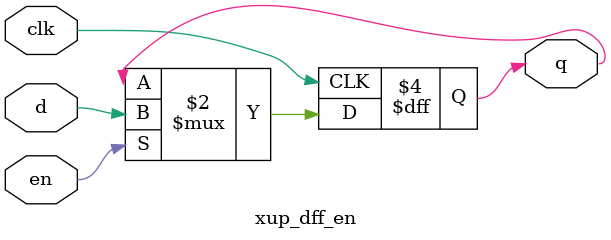
<source format=v>
`timescale 1ns / 1ps
module xup_dff_en #(parameter DELAY = 3)(
    input wire d,
    input wire clk,
    input wire en,
    output reg q
    );
    
    always @(posedge clk)
    begin 
        if(en)
            q<= #DELAY d;
    end
endmodule

</source>
